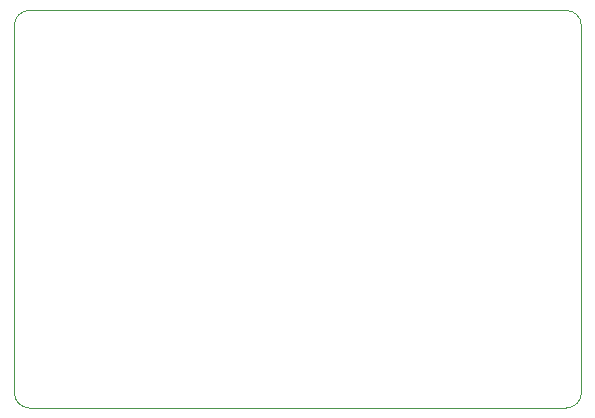
<source format=gbr>
G04*
G04 #@! TF.GenerationSoftware,Altium Limited,Altium Designer,24.8.2 (39)*
G04*
G04 Layer_Color=0*
%FSLAX25Y25*%
%MOIN*%
G70*
G04*
G04 #@! TF.SameCoordinates,7DA90572-2472-42F9-BF80-4CDDFEAFDCCF*
G04*
G04*
G04 #@! TF.FilePolarity,Positive*
G04*
G01*
G75*
%ADD48C,0.00100*%
D48*
X286500Y322000D02*
Y444500D01*
D02*
G02*
X291500Y449500I5000J0D01*
G01*
X470500D01*
D02*
G02*
X475500Y444500I0J-5000D01*
G01*
Y322000D01*
D02*
G02*
X470500Y317000I-5000J0D01*
G01*
X291500D01*
D02*
G02*
X286500Y322000I0J5000D01*
G01*
M02*

</source>
